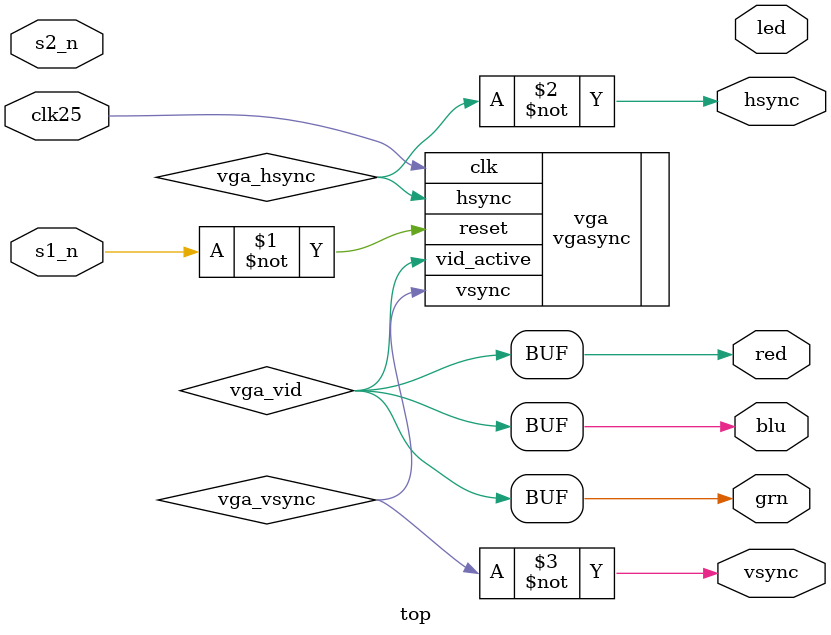
<source format=v>
`default_nettype none

module top (
    input   wire        clk25,
    input   wire        s1_n,
    input   wire        s2_n,
    output  wire        red,
    output  wire        grn,
    output  wire        blu,
    output  wire        hsync,
    output  wire        vsync,
    output  wire [7:0]  led
    );

    wire vga_vid;
    wire vga_hsync;
    wire vga_vsync;

    vgasync vga (
        .clk(clk25),
        .reset(~s1_n),
        .hsync(vga_hsync),
        .vsync(vga_vsync),
        .vid_active(vga_vid)
        );

    assign red = vga_vid;
    assign grn = vga_vid;
    assign blu = vga_vid;
    assign hsync = ~vga_hsync;
    assign vsync = ~vga_vsync;

endmodule

</source>
